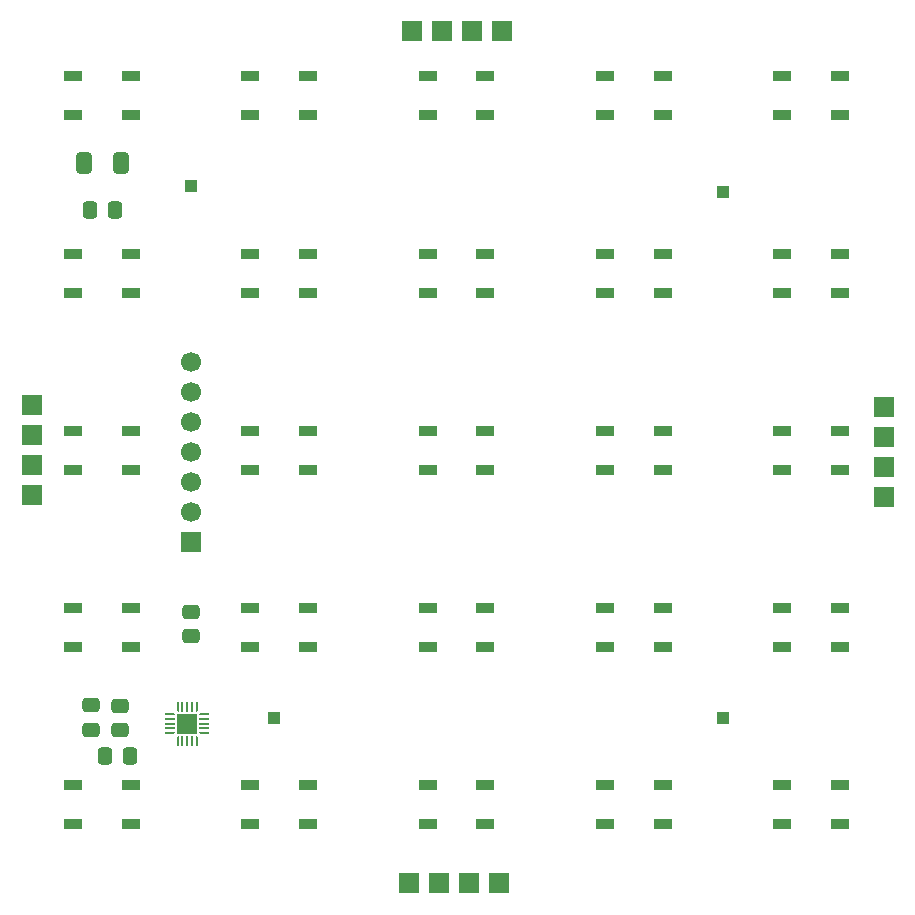
<source format=gbr>
%TF.GenerationSoftware,KiCad,Pcbnew,9.0.6*%
%TF.CreationDate,2025-12-14T11:47:41+00:00*%
%TF.ProjectId,cheetoTile,63686565-746f-4546-996c-652e6b696361,rev?*%
%TF.SameCoordinates,Original*%
%TF.FileFunction,Soldermask,Top*%
%TF.FilePolarity,Negative*%
%FSLAX46Y46*%
G04 Gerber Fmt 4.6, Leading zero omitted, Abs format (unit mm)*
G04 Created by KiCad (PCBNEW 9.0.6) date 2025-12-14 11:47:41*
%MOMM*%
%LPD*%
G01*
G04 APERTURE LIST*
G04 Aperture macros list*
%AMRoundRect*
0 Rectangle with rounded corners*
0 $1 Rounding radius*
0 $2 $3 $4 $5 $6 $7 $8 $9 X,Y pos of 4 corners*
0 Add a 4 corners polygon primitive as box body*
4,1,4,$2,$3,$4,$5,$6,$7,$8,$9,$2,$3,0*
0 Add four circle primitives for the rounded corners*
1,1,$1+$1,$2,$3*
1,1,$1+$1,$4,$5*
1,1,$1+$1,$6,$7*
1,1,$1+$1,$8,$9*
0 Add four rect primitives between the rounded corners*
20,1,$1+$1,$2,$3,$4,$5,0*
20,1,$1+$1,$4,$5,$6,$7,0*
20,1,$1+$1,$6,$7,$8,$9,0*
20,1,$1+$1,$8,$9,$2,$3,0*%
%AMFreePoly0*
4,1,14,0.334644,0.085355,0.385355,0.034644,0.400000,-0.000711,0.400000,-0.050000,0.385355,-0.085355,0.350000,-0.100000,-0.350000,-0.100000,-0.385355,-0.085355,-0.400000,-0.050000,-0.400000,0.050000,-0.385355,0.085355,-0.350000,0.100000,0.299289,0.100000,0.334644,0.085355,0.334644,0.085355,$1*%
%AMFreePoly1*
4,1,14,0.385355,0.085355,0.400000,0.050000,0.400000,0.000711,0.385355,-0.034644,0.334644,-0.085355,0.299289,-0.100000,-0.350000,-0.100000,-0.385355,-0.085355,-0.400000,-0.050000,-0.400000,0.050000,-0.385355,0.085355,-0.350000,0.100000,0.350000,0.100000,0.385355,0.085355,0.385355,0.085355,$1*%
%AMFreePoly2*
4,1,14,0.085355,0.385355,0.100000,0.350000,0.100000,-0.350000,0.085355,-0.385355,0.050000,-0.400000,-0.050000,-0.400000,-0.085355,-0.385355,-0.100000,-0.350000,-0.100000,0.299289,-0.085355,0.334644,-0.034644,0.385355,0.000711,0.400000,0.050000,0.400000,0.085355,0.385355,0.085355,0.385355,$1*%
%AMFreePoly3*
4,1,14,0.034644,0.385355,0.085355,0.334644,0.100000,0.299289,0.100000,-0.350000,0.085355,-0.385355,0.050000,-0.400000,-0.050000,-0.400000,-0.085355,-0.385355,-0.100000,-0.350000,-0.100000,0.350000,-0.085355,0.385355,-0.050000,0.400000,-0.000711,0.400000,0.034644,0.385355,0.034644,0.385355,$1*%
%AMFreePoly4*
4,1,14,0.385355,0.085355,0.400000,0.050000,0.400000,-0.050000,0.385355,-0.085355,0.350000,-0.100000,-0.299289,-0.100000,-0.334644,-0.085355,-0.385355,-0.034644,-0.400000,0.000711,-0.400000,0.050000,-0.385355,0.085355,-0.350000,0.100000,0.350000,0.100000,0.385355,0.085355,0.385355,0.085355,$1*%
%AMFreePoly5*
4,1,14,0.385355,0.085355,0.400000,0.050000,0.400000,-0.050000,0.385355,-0.085355,0.350000,-0.100000,-0.350000,-0.100000,-0.385355,-0.085355,-0.400000,-0.050000,-0.400000,-0.000711,-0.385355,0.034644,-0.334644,0.085355,-0.299289,0.100000,0.350000,0.100000,0.385355,0.085355,0.385355,0.085355,$1*%
%AMFreePoly6*
4,1,14,0.085355,0.385355,0.100000,0.350000,0.100000,-0.299289,0.085355,-0.334644,0.034644,-0.385355,-0.000711,-0.400000,-0.050000,-0.400000,-0.085355,-0.385355,-0.100000,-0.350000,-0.100000,0.350000,-0.085355,0.385355,-0.050000,0.400000,0.050000,0.400000,0.085355,0.385355,0.085355,0.385355,$1*%
%AMFreePoly7*
4,1,14,0.085355,0.385355,0.100000,0.350000,0.100000,-0.350000,0.085355,-0.385355,0.050000,-0.400000,0.000711,-0.400000,-0.034644,-0.385355,-0.085355,-0.334644,-0.100000,-0.299289,-0.100000,0.350000,-0.085355,0.385355,-0.050000,0.400000,0.050000,0.400000,0.085355,0.385355,0.085355,0.385355,$1*%
G04 Aperture macros list end*
%ADD10RoundRect,0.250000X-0.337500X-0.475000X0.337500X-0.475000X0.337500X0.475000X-0.337500X0.475000X0*%
%ADD11RoundRect,0.090000X-0.660000X-0.360000X0.660000X-0.360000X0.660000X0.360000X-0.660000X0.360000X0*%
%ADD12R,1.700000X1.700000*%
%ADD13RoundRect,0.250000X0.475000X-0.337500X0.475000X0.337500X-0.475000X0.337500X-0.475000X-0.337500X0*%
%ADD14FreePoly0,0.000000*%
%ADD15RoundRect,0.050000X-0.350000X-0.050000X0.350000X-0.050000X0.350000X0.050000X-0.350000X0.050000X0*%
%ADD16FreePoly1,0.000000*%
%ADD17FreePoly2,0.000000*%
%ADD18RoundRect,0.050000X-0.050000X-0.350000X0.050000X-0.350000X0.050000X0.350000X-0.050000X0.350000X0*%
%ADD19FreePoly3,0.000000*%
%ADD20FreePoly4,0.000000*%
%ADD21FreePoly5,0.000000*%
%ADD22FreePoly6,0.000000*%
%ADD23FreePoly7,0.000000*%
%ADD24R,1.000000X1.000000*%
%ADD25RoundRect,0.250000X-0.475000X0.337500X-0.475000X-0.337500X0.475000X-0.337500X0.475000X0.337500X0*%
%ADD26RoundRect,0.250000X-0.412500X-0.650000X0.412500X-0.650000X0.412500X0.650000X-0.412500X0.650000X0*%
%ADD27C,1.700000*%
G04 APERTURE END LIST*
D10*
%TO.C,R3*%
X165287500Y-93200000D03*
X163212500Y-93200000D03*
%TD*%
D11*
%TO.C,D4*%
X205500000Y-35700000D03*
X205500000Y-39000000D03*
X210400000Y-39000000D03*
X210400000Y-35700000D03*
%TD*%
D12*
%TO.C,J4*%
X196540000Y-104000000D03*
X194000000Y-104000000D03*
X191460000Y-104000000D03*
X188920000Y-104000000D03*
%TD*%
D13*
%TO.C,R2*%
X170500000Y-83075000D03*
X170500000Y-81000000D03*
%TD*%
D11*
%TO.C,D25*%
X220500000Y-95700000D03*
X220500000Y-99000000D03*
X225400000Y-99000000D03*
X225400000Y-95700000D03*
%TD*%
%TO.C,D16*%
X160500000Y-80700000D03*
X160500000Y-84000000D03*
X165400000Y-84000000D03*
X165400000Y-80700000D03*
%TD*%
%TO.C,D9*%
X205500000Y-50700000D03*
X205500000Y-54000000D03*
X210400000Y-54000000D03*
X210400000Y-50700000D03*
%TD*%
%TO.C,D1*%
X160500000Y-35700000D03*
X160500000Y-39000000D03*
X165400000Y-39000000D03*
X165400000Y-35700000D03*
%TD*%
%TO.C,D2*%
X175500000Y-35700000D03*
X175500000Y-39000000D03*
X180400000Y-39000000D03*
X180400000Y-35700000D03*
%TD*%
%TO.C,D15*%
X220500000Y-65700000D03*
X220500000Y-69000000D03*
X225400000Y-69000000D03*
X225400000Y-65700000D03*
%TD*%
%TO.C,D19*%
X205500000Y-80700000D03*
X205500000Y-84000000D03*
X210400000Y-84000000D03*
X210400000Y-80700000D03*
%TD*%
%TO.C,D8*%
X190500000Y-50700000D03*
X190500000Y-54000000D03*
X195400000Y-54000000D03*
X195400000Y-50700000D03*
%TD*%
%TO.C,D20*%
X220500000Y-80700000D03*
X220500000Y-84000000D03*
X225400000Y-84000000D03*
X225400000Y-80700000D03*
%TD*%
D14*
%TO.C,U1*%
X168700000Y-89700000D03*
D15*
X168700000Y-90100000D03*
X168700000Y-90500000D03*
X168700000Y-90900000D03*
D16*
X168700000Y-91300000D03*
D17*
X169350000Y-91950000D03*
D18*
X169750000Y-91950000D03*
X170150000Y-91950000D03*
X170550000Y-91950000D03*
D19*
X170950000Y-91950000D03*
D20*
X171600000Y-91300000D03*
D15*
X171600000Y-90900000D03*
X171600000Y-90500000D03*
X171600000Y-90100000D03*
D21*
X171600000Y-89700000D03*
D22*
X170950000Y-89050000D03*
D18*
X170550000Y-89050000D03*
X170150000Y-89050000D03*
X169750000Y-89050000D03*
D23*
X169350000Y-89050000D03*
D12*
X170150000Y-90500000D03*
%TD*%
D11*
%TO.C,D6*%
X160500000Y-50700000D03*
X160500000Y-54000000D03*
X165400000Y-54000000D03*
X165400000Y-50700000D03*
%TD*%
D24*
%TO.C,J8*%
X215500000Y-90050000D03*
%TD*%
D11*
%TO.C,D11*%
X160500000Y-65700000D03*
X160500000Y-69000000D03*
X165400000Y-69000000D03*
X165400000Y-65700000D03*
%TD*%
D25*
%TO.C,C3*%
X162000000Y-88925000D03*
X162000000Y-91000000D03*
%TD*%
D11*
%TO.C,D5*%
X220500000Y-35700000D03*
X220500000Y-39000000D03*
X225400000Y-39000000D03*
X225400000Y-35700000D03*
%TD*%
%TO.C,D17*%
X175500000Y-80700000D03*
X175500000Y-84000000D03*
X180400000Y-84000000D03*
X180400000Y-80700000D03*
%TD*%
%TO.C,D7*%
X175500000Y-50700000D03*
X175500000Y-54000000D03*
X180400000Y-54000000D03*
X180400000Y-50700000D03*
%TD*%
D24*
%TO.C,J6*%
X170500000Y-45000000D03*
%TD*%
D11*
%TO.C,D22*%
X175500000Y-95700000D03*
X175500000Y-99000000D03*
X180400000Y-99000000D03*
X180400000Y-95700000D03*
%TD*%
D25*
%TO.C,C1*%
X164500000Y-88962500D03*
X164500000Y-91037500D03*
%TD*%
D26*
%TO.C,C2*%
X161437500Y-43000000D03*
X164562500Y-43000000D03*
%TD*%
D11*
%TO.C,D23*%
X190500000Y-95700000D03*
X190500000Y-99000000D03*
X195400000Y-99000000D03*
X195400000Y-95700000D03*
%TD*%
%TO.C,D12*%
X175500000Y-65700000D03*
X175500000Y-69000000D03*
X180400000Y-69000000D03*
X180400000Y-65700000D03*
%TD*%
%TO.C,D10*%
X220500000Y-50700000D03*
X220500000Y-54000000D03*
X225400000Y-54000000D03*
X225400000Y-50700000D03*
%TD*%
%TO.C,D14*%
X205500000Y-65700000D03*
X205500000Y-69000000D03*
X210400000Y-69000000D03*
X210400000Y-65700000D03*
%TD*%
%TO.C,D21*%
X160500000Y-95700000D03*
X160500000Y-99000000D03*
X165400000Y-99000000D03*
X165400000Y-95700000D03*
%TD*%
D24*
%TO.C,J9*%
X177500000Y-90000000D03*
%TD*%
D11*
%TO.C,D18*%
X190500000Y-80700000D03*
X190500000Y-84000000D03*
X195400000Y-84000000D03*
X195400000Y-80700000D03*
%TD*%
D12*
%TO.C,J1*%
X157000000Y-71120000D03*
X157000000Y-68580000D03*
X157000000Y-66040000D03*
X157000000Y-63500000D03*
%TD*%
D11*
%TO.C,D24*%
X205500000Y-95700000D03*
X205500000Y-99000000D03*
X210400000Y-99000000D03*
X210400000Y-95700000D03*
%TD*%
%TO.C,D13*%
X190500000Y-65700000D03*
X190500000Y-69000000D03*
X195400000Y-69000000D03*
X195400000Y-65700000D03*
%TD*%
%TO.C,D3*%
X190500000Y-35700000D03*
X190500000Y-39000000D03*
X195400000Y-39000000D03*
X195400000Y-35700000D03*
%TD*%
D12*
%TO.C,J5*%
X170500000Y-75120000D03*
D27*
X170500000Y-72580000D03*
X170500000Y-70040000D03*
X170500000Y-67500000D03*
X170500000Y-64960000D03*
X170500000Y-62420000D03*
X170500000Y-59880000D03*
%TD*%
D12*
%TO.C,J3*%
X229115000Y-63690000D03*
X229115000Y-66230000D03*
X229115000Y-68770000D03*
X229115000Y-71310000D03*
%TD*%
%TO.C,J2*%
X189170000Y-31885000D03*
X191710000Y-31885000D03*
X194250000Y-31885000D03*
X196790000Y-31885000D03*
%TD*%
D24*
%TO.C,J7*%
X215500000Y-45500000D03*
%TD*%
D10*
%TO.C,R1*%
X161925000Y-47000000D03*
X164000000Y-47000000D03*
%TD*%
M02*

</source>
